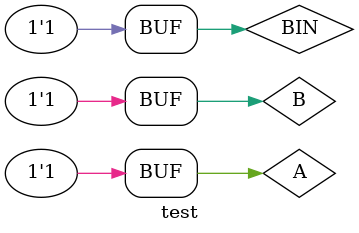
<source format=v>
module test;

	// Inputs
	reg A;
	reg B;
	reg BIN;

	// Outputs
	wire D;
	wire BOUT;

	// Instantiate the Unit Under Test (UUT)
	FSUB uut (
		.A(A), 
		.B(B), 
		.BIN(BIN), 
		.D(D), 
		.BOUT(BOUT)
	);

	initial begin
		// Initialize Inputs
		A = 0;
		B = 0;
		BIN = 0;

		// Wait 100 ns for global reset to finish
		#100;
		
		A = 0;
		B = 0;
		BIN = 1;

		// Wait 100 ns for global reset to finish
		#100;
       
		A = 0;
		B = 1;
		BIN = 0;

		// Wait 100 ns for global reset to finish
		#100;
         
      A = 0;
		B = 1;
		BIN = 1;

		// Wait 100 ns for global reset to finish
		#100;
      
      A = 1;
		B = 0;
		BIN = 0;

		// Wait 100 ns for global reset to finish
		#100;
      
      A = 1;
		B = 0;
		BIN = 1;

		// Wait 100 ns for global reset to finish
		#100;
        
      A = 1;
		B = 1;
		BIN = 0;

		// Wait 100 ns for global reset to finish
		#100;
		
		A = 1;
		B = 1;
		BIN = 1;

		// Wait 100 ns for global reset to finish
		#100;
        
        		  
		// Add stimulus here

	end
      
endmodule

</source>
